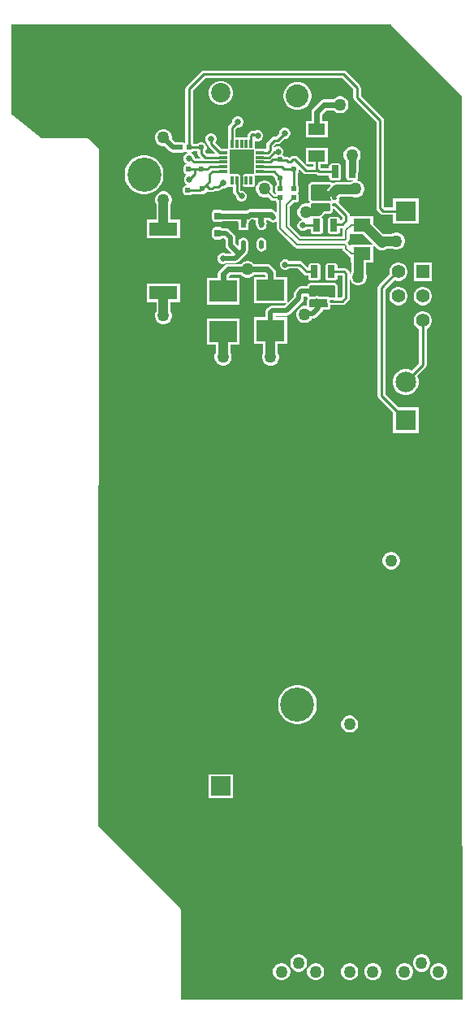
<source format=gbr>
G04*
G04 #@! TF.GenerationSoftware,Altium Limited,Altium Designer,23.10.1 (27)*
G04*
G04 Layer_Physical_Order=6*
G04 Layer_Color=16711680*
%FSLAX42Y42*%
%MOMM*%
G71*
G04*
G04 #@! TF.SameCoordinates,D788F153-7B32-47A3-9728-DC68925F5BF0*
G04*
G04*
G04 #@! TF.FilePolarity,Positive*
G04*
G01*
G75*
%ADD15C,0.50*%
%ADD16C,0.25*%
G04:AMPARAMS|DCode=19|XSize=0.55mm|YSize=0.5mm|CornerRadius=0.06mm|HoleSize=0mm|Usage=FLASHONLY|Rotation=90.000|XOffset=0mm|YOffset=0mm|HoleType=Round|Shape=RoundedRectangle|*
%AMROUNDEDRECTD19*
21,1,0.55,0.38,0,0,90.0*
21,1,0.43,0.50,0,0,90.0*
1,1,0.13,0.19,0.21*
1,1,0.13,0.19,-0.21*
1,1,0.13,-0.19,-0.21*
1,1,0.13,-0.19,0.21*
%
%ADD19ROUNDEDRECTD19*%
%ADD32R,2.02X2.02*%
%ADD33C,2.02*%
%ADD34C,3.55*%
%ADD35C,2.39*%
%ADD39C,0.60*%
%ADD40C,0.99*%
%ADD41R,2.15X2.15*%
%ADD42C,2.15*%
%ADD43C,1.40*%
%ADD44C,5.00*%
%ADD45R,1.40X1.40*%
%ADD46C,0.50*%
%ADD47C,0.64*%
%ADD48C,1.27*%
%ADD49C,0.51*%
%ADD62C,0.51*%
%ADD63C,1.00*%
G04:AMPARAMS|DCode=69|XSize=0.45mm|YSize=0.3mm|CornerRadius=0.06mm|HoleSize=0mm|Usage=FLASHONLY|Rotation=180.000|XOffset=0mm|YOffset=0mm|HoleType=Round|Shape=RoundedRectangle|*
%AMROUNDEDRECTD69*
21,1,0.45,0.18,0,0,180.0*
21,1,0.33,0.30,0,0,180.0*
1,1,0.12,-0.17,0.09*
1,1,0.12,0.17,0.09*
1,1,0.12,0.17,-0.09*
1,1,0.12,-0.17,-0.09*
%
%ADD69ROUNDEDRECTD69*%
G04:AMPARAMS|DCode=70|XSize=1mm|YSize=0.95mm|CornerRadius=0.05mm|HoleSize=0mm|Usage=FLASHONLY|Rotation=0.000|XOffset=0mm|YOffset=0mm|HoleType=Round|Shape=RoundedRectangle|*
%AMROUNDEDRECTD70*
21,1,1.00,0.85,0,0,0.0*
21,1,0.90,0.95,0,0,0.0*
1,1,0.10,0.45,-0.42*
1,1,0.10,-0.45,-0.42*
1,1,0.10,-0.45,0.42*
1,1,0.10,0.45,0.42*
%
%ADD70ROUNDEDRECTD70*%
%ADD71R,0.30X0.30*%
%ADD72R,1.75X1.15*%
%ADD73R,2.90X2.25*%
%ADD74R,2.90X1.45*%
%ADD75R,2.60X2.60*%
G04:AMPARAMS|DCode=76|XSize=0.89mm|YSize=0.26mm|CornerRadius=0.03mm|HoleSize=0mm|Usage=FLASHONLY|Rotation=90.000|XOffset=0mm|YOffset=0mm|HoleType=Round|Shape=RoundedRectangle|*
%AMROUNDEDRECTD76*
21,1,0.89,0.20,0,0,90.0*
21,1,0.83,0.26,0,0,90.0*
1,1,0.07,0.10,0.41*
1,1,0.07,0.10,-0.41*
1,1,0.07,-0.10,-0.41*
1,1,0.07,-0.10,0.41*
%
%ADD76ROUNDEDRECTD76*%
G04:AMPARAMS|DCode=77|XSize=0.89mm|YSize=0.26mm|CornerRadius=0.03mm|HoleSize=0mm|Usage=FLASHONLY|Rotation=180.000|XOffset=0mm|YOffset=0mm|HoleType=Round|Shape=RoundedRectangle|*
%AMROUNDEDRECTD77*
21,1,0.89,0.20,0,0,180.0*
21,1,0.83,0.26,0,0,180.0*
1,1,0.07,-0.41,0.10*
1,1,0.07,0.41,0.10*
1,1,0.07,0.41,-0.10*
1,1,0.07,-0.41,-0.10*
%
%ADD77ROUNDEDRECTD77*%
G04:AMPARAMS|DCode=78|XSize=0.55mm|YSize=0.5mm|CornerRadius=0.06mm|HoleSize=0mm|Usage=FLASHONLY|Rotation=0.000|XOffset=0mm|YOffset=0mm|HoleType=Round|Shape=RoundedRectangle|*
%AMROUNDEDRECTD78*
21,1,0.55,0.38,0,0,0.0*
21,1,0.43,0.50,0,0,0.0*
1,1,0.13,0.21,-0.19*
1,1,0.13,-0.21,-0.19*
1,1,0.13,-0.21,0.19*
1,1,0.13,0.21,0.19*
%
%ADD78ROUNDEDRECTD78*%
G04:AMPARAMS|DCode=79|XSize=1.3mm|YSize=0.76mm|CornerRadius=0.1mm|HoleSize=0mm|Usage=FLASHONLY|Rotation=90.000|XOffset=0mm|YOffset=0mm|HoleType=Round|Shape=RoundedRectangle|*
%AMROUNDEDRECTD79*
21,1,1.30,0.57,0,0,90.0*
21,1,1.11,0.76,0,0,90.0*
1,1,0.19,0.28,0.56*
1,1,0.19,0.28,-0.56*
1,1,0.19,-0.28,-0.56*
1,1,0.19,-0.28,0.56*
%
%ADD79ROUNDEDRECTD79*%
G04:AMPARAMS|DCode=80|XSize=0.94mm|YSize=0.49mm|CornerRadius=0.24mm|HoleSize=0mm|Usage=FLASHONLY|Rotation=270.000|XOffset=0mm|YOffset=0mm|HoleType=Round|Shape=RoundedRectangle|*
%AMROUNDEDRECTD80*
21,1,0.94,0.00,0,0,270.0*
21,1,0.45,0.49,0,0,270.0*
1,1,0.49,0.00,-0.23*
1,1,0.49,0.00,0.23*
1,1,0.49,0.00,0.23*
1,1,0.49,0.00,-0.23*
%
%ADD80ROUNDEDRECTD80*%
G04:AMPARAMS|DCode=81|XSize=0.76mm|YSize=0.66mm|CornerRadius=0.08mm|HoleSize=0mm|Usage=FLASHONLY|Rotation=90.000|XOffset=0mm|YOffset=0mm|HoleType=Round|Shape=RoundedRectangle|*
%AMROUNDEDRECTD81*
21,1,0.76,0.50,0,0,90.0*
21,1,0.59,0.66,0,0,90.0*
1,1,0.17,0.25,0.30*
1,1,0.17,0.25,-0.30*
1,1,0.17,-0.25,-0.30*
1,1,0.17,-0.25,0.30*
%
%ADD81ROUNDEDRECTD81*%
%ADD82R,0.49X0.94*%
%ADD83R,1.81X1.36*%
%ADD84C,0.20*%
%ADD85C,0.76*%
%ADD86C,0.60*%
G36*
X1284Y4587D02*
X1290Y4579D01*
X2019Y3850D01*
Y3835D01*
Y-3416D01*
X2019Y-3416D01*
X2019Y-3417D01*
X2032Y-4498D01*
Y-5563D01*
X-914D01*
Y-4623D01*
X-916Y-4613D01*
X-921Y-4604D01*
X-1777Y-3749D01*
X-1764Y3287D01*
X-1764Y3287D01*
X-1764Y3287D01*
X-1765Y3292D01*
X-1766Y3297D01*
X-1766Y3297D01*
X-1766Y3297D01*
X-1769Y3301D01*
X-1772Y3306D01*
X-1772Y3306D01*
X-1772Y3306D01*
X-1873Y3407D01*
X-1882Y3413D01*
X-1892Y3415D01*
X-2365D01*
X-2664Y3652D01*
X-2667Y3654D01*
X-2670Y3656D01*
X-2671Y3656D01*
X-2673Y3657D01*
X-2676Y3657D01*
X-2680Y3658D01*
Y4597D01*
X1282D01*
X1284Y4587D01*
D02*
G37*
%LPC*%
G36*
X761Y3848D02*
X738D01*
X715Y3842D01*
X695Y3830D01*
X680Y3816D01*
X584D01*
X584Y3816D01*
X563Y3811D01*
X544Y3799D01*
X544Y3799D01*
X468Y3723D01*
X456Y3705D01*
X452Y3683D01*
X452Y3683D01*
Y3588D01*
X395D01*
Y3422D01*
X621D01*
Y3588D01*
X564D01*
Y3660D01*
X608Y3703D01*
X680D01*
X695Y3688D01*
X715Y3676D01*
X738Y3670D01*
X761D01*
X784Y3676D01*
X804Y3688D01*
X820Y3705D01*
X832Y3725D01*
X838Y3747D01*
Y3771D01*
X832Y3794D01*
X820Y3814D01*
X804Y3830D01*
X784Y3842D01*
X761Y3848D01*
D02*
G37*
G36*
X-479Y4008D02*
X-512D01*
X-544Y4000D01*
X-573Y3983D01*
X-596Y3960D01*
X-613Y3931D01*
X-622Y3899D01*
Y3865D01*
X-613Y3833D01*
X-596Y3804D01*
X-573Y3781D01*
X-544Y3764D01*
X-512Y3756D01*
X-479D01*
X-447Y3764D01*
X-418Y3781D01*
X-394Y3804D01*
X-378Y3833D01*
X-369Y3865D01*
Y3899D01*
X-378Y3931D01*
X-394Y3960D01*
X-418Y3983D01*
X-447Y4000D01*
X-479Y4008D01*
D02*
G37*
G36*
X324Y3996D02*
X286D01*
X249Y3986D01*
X216Y3967D01*
X189Y3940D01*
X170Y3907D01*
X160Y3870D01*
Y3832D01*
X170Y3795D01*
X189Y3762D01*
X216Y3735D01*
X249Y3716D01*
X286Y3706D01*
X324D01*
X361Y3716D01*
X394Y3735D01*
X421Y3762D01*
X440Y3795D01*
X450Y3832D01*
Y3870D01*
X440Y3907D01*
X421Y3940D01*
X394Y3967D01*
X361Y3986D01*
X324Y3996D01*
D02*
G37*
G36*
X-1275Y3234D02*
X-1315D01*
X-1354Y3226D01*
X-1391Y3211D01*
X-1425Y3189D01*
X-1453Y3160D01*
X-1475Y3127D01*
X-1490Y3090D01*
X-1498Y3051D01*
Y3011D01*
X-1490Y2972D01*
X-1475Y2935D01*
X-1453Y2902D01*
X-1425Y2873D01*
X-1391Y2851D01*
X-1354Y2836D01*
X-1315Y2828D01*
X-1275D01*
X-1236Y2836D01*
X-1199Y2851D01*
X-1166Y2873D01*
X-1138Y2902D01*
X-1115Y2935D01*
X-1100Y2972D01*
X-1092Y3011D01*
Y3051D01*
X-1100Y3090D01*
X-1115Y3127D01*
X-1138Y3160D01*
X-1166Y3189D01*
X-1199Y3211D01*
X-1236Y3226D01*
X-1275Y3234D01*
D02*
G37*
G36*
X787Y4116D02*
X-673D01*
X-688Y4113D01*
X-701Y4104D01*
X-853Y3952D01*
X-861Y3939D01*
X-864Y3924D01*
Y3361D01*
X-867Y3359D01*
X-870Y3354D01*
X-874Y3359D01*
X-884Y3366D01*
X-897Y3368D01*
X-934D01*
X-945Y3366D01*
X-969D01*
X-1004Y3401D01*
X-1003Y3405D01*
Y3428D01*
X-1009Y3451D01*
X-1021Y3471D01*
X-1038Y3487D01*
X-1058Y3499D01*
X-1080Y3505D01*
X-1104D01*
X-1127Y3499D01*
X-1147Y3487D01*
X-1163Y3471D01*
X-1175Y3451D01*
X-1181Y3428D01*
Y3405D01*
X-1175Y3382D01*
X-1163Y3362D01*
X-1147Y3345D01*
X-1127Y3333D01*
X-1104Y3327D01*
X-1080D01*
X-1077Y3328D01*
X-1027Y3278D01*
X-1010Y3267D01*
X-991Y3263D01*
X-945D01*
X-934Y3261D01*
X-897D01*
X-884Y3264D01*
X-874Y3271D01*
X-870Y3276D01*
X-867Y3271D01*
X-857Y3264D01*
X-844Y3261D01*
X-807D01*
X-794Y3264D01*
X-784Y3271D01*
X-780Y3276D01*
X-738D01*
X-737Y3275D01*
Y3251D01*
X-734Y3236D01*
X-726Y3224D01*
X-703Y3201D01*
X-759D01*
X-766Y3208D01*
Y3212D01*
X-775Y3233D01*
X-791Y3249D01*
X-812Y3257D01*
X-835D01*
X-856Y3249D01*
X-872Y3233D01*
X-881Y3212D01*
Y3189D01*
X-872Y3168D01*
X-856Y3152D01*
X-835Y3143D01*
X-812D01*
X-811Y3144D01*
X-806Y3138D01*
X-813Y3140D01*
X-850D01*
X-862Y3137D01*
X-873Y3130D01*
X-880Y3120D01*
X-882Y3107D01*
Y3065D01*
X-880Y3053D01*
X-873Y3042D01*
X-862Y3035D01*
X-850Y3033D01*
X-842D01*
X-855Y3027D01*
X-871Y3011D01*
X-880Y2990D01*
Y2968D01*
X-871Y2946D01*
X-855Y2930D01*
X-839Y2924D01*
X-857D01*
X-869Y2921D01*
X-880Y2914D01*
X-887Y2904D01*
X-889Y2891D01*
Y2849D01*
X-887Y2837D01*
X-880Y2826D01*
X-869Y2819D01*
X-857Y2817D01*
X-819D01*
X-807Y2819D01*
X-797Y2826D01*
X-793Y2831D01*
X-708D01*
X-707Y2832D01*
X-697Y2827D01*
X-675D01*
X-654Y2836D01*
X-639Y2852D01*
X-636Y2857D01*
X-631Y2853D01*
X-616Y2850D01*
X-582D01*
X-568Y2853D01*
X-555Y2862D01*
X-553Y2864D01*
X-517D01*
X-503Y2867D01*
X-490Y2875D01*
X-480Y2885D01*
X-480Y2885D01*
X-457D01*
X-436Y2893D01*
X-420Y2909D01*
X-416Y2919D01*
X-410Y2909D01*
X-400Y2903D01*
X-389Y2901D01*
X-370D01*
X-368Y2901D01*
Y2857D01*
X-365Y2842D01*
X-357Y2829D01*
X-336Y2809D01*
Y2795D01*
X-328Y2774D01*
X-312Y2758D01*
X-291Y2750D01*
X-268D01*
X-247Y2758D01*
X-231Y2774D01*
X-222Y2795D01*
Y2818D01*
X-231Y2839D01*
X-247Y2855D01*
X-268Y2864D01*
X-282D01*
X-291Y2873D01*
Y2929D01*
X-290Y2930D01*
Y3013D01*
X-293Y3024D01*
X-299Y3033D01*
X-308Y3040D01*
X-320Y3042D01*
X-339D01*
X-350Y3040D01*
X-354Y3037D01*
X-358Y3040D01*
X-370Y3042D01*
X-389D01*
X-400Y3040D01*
X-406Y3036D01*
X-402Y3041D01*
X-400Y3053D01*
Y3072D01*
X-402Y3083D01*
X-405Y3087D01*
X-402Y3091D01*
X-400Y3103D01*
Y3122D01*
X-402Y3133D01*
X-405Y3137D01*
X-402Y3141D01*
X-400Y3153D01*
Y3172D01*
X-402Y3183D01*
X-405Y3187D01*
X-402Y3191D01*
X-400Y3203D01*
Y3222D01*
X-402Y3233D01*
X-405Y3237D01*
X-402Y3241D01*
X-400Y3253D01*
Y3272D01*
X-402Y3283D01*
X-406Y3289D01*
X-400Y3285D01*
X-389Y3283D01*
X-370D01*
X-358Y3285D01*
X-354Y3288D01*
X-350Y3285D01*
X-339Y3283D01*
X-320D01*
X-308Y3285D01*
X-304Y3288D01*
X-300Y3285D01*
X-289Y3283D01*
X-270D01*
X-258Y3285D01*
X-254Y3288D01*
X-250Y3285D01*
X-239Y3283D01*
X-220D01*
X-208Y3285D01*
X-204Y3288D01*
X-200Y3285D01*
X-189Y3283D01*
X-170D01*
X-158Y3285D01*
X-153Y3289D01*
X-157Y3283D01*
X-159Y3272D01*
Y3253D01*
X-157Y3241D01*
X-154Y3237D01*
X-157Y3233D01*
X-159Y3222D01*
Y3203D01*
X-157Y3191D01*
X-154Y3187D01*
X-157Y3183D01*
X-159Y3172D01*
Y3153D01*
X-157Y3141D01*
X-154Y3137D01*
X-157Y3133D01*
X-159Y3122D01*
Y3103D01*
X-157Y3091D01*
X-154Y3087D01*
X-157Y3083D01*
X-159Y3072D01*
Y3053D01*
X-157Y3041D01*
X-153Y3036D01*
X-158Y3040D01*
X-170Y3042D01*
X-189D01*
X-200Y3040D01*
X-204Y3037D01*
X-208Y3040D01*
X-220Y3042D01*
X-239D01*
X-250Y3040D01*
X-260Y3033D01*
X-266Y3024D01*
X-268Y3013D01*
Y2930D01*
X-266Y2919D01*
X-260Y2909D01*
X-250Y2903D01*
X-239Y2901D01*
X-220D01*
X-208Y2903D01*
X-204Y2906D01*
X-200Y2903D01*
X-189Y2901D01*
X-170D01*
X-158Y2903D01*
X-149Y2909D01*
X-143Y2919D01*
X-140Y2930D01*
Y3013D01*
X-143Y3024D01*
X-146Y3029D01*
X-141Y3026D01*
X-130Y3023D01*
X-47D01*
X-47Y3023D01*
X46D01*
X72Y2998D01*
Y2986D01*
X80Y2966D01*
X88Y2958D01*
Y2928D01*
X83Y2924D01*
X76Y2914D01*
X73Y2902D01*
Y2864D01*
X76Y2852D01*
X83Y2841D01*
X88Y2838D01*
X83Y2834D01*
X79Y2829D01*
X67D01*
X45Y2851D01*
X51Y2871D01*
Y2895D01*
X45Y2917D01*
X33Y2937D01*
X16Y2954D01*
X-4Y2966D01*
X-26Y2972D01*
X-50D01*
X-72Y2966D01*
X-93Y2954D01*
X-109Y2937D01*
X-121Y2917D01*
X-127Y2895D01*
Y2871D01*
X-121Y2849D01*
X-109Y2828D01*
X-93Y2812D01*
X-72Y2800D01*
X-50Y2794D01*
X-26D01*
X-6Y2799D01*
X26Y2767D01*
X26Y2767D01*
X33Y2763D01*
X38Y2759D01*
X52Y2757D01*
X79D01*
X83Y2751D01*
X91Y2746D01*
Y2631D01*
X91Y2631D01*
X67Y2654D01*
X49Y2666D01*
X27Y2671D01*
X27Y2671D01*
X-83D01*
X-83Y2671D01*
X-83Y2671D01*
X-193D01*
X-214Y2666D01*
X-222Y2662D01*
X-224Y2660D01*
X-482D01*
X-489Y2665D01*
X-502Y2668D01*
X-552D01*
X-565Y2665D01*
X-576Y2658D01*
X-583Y2646D01*
X-586Y2633D01*
Y2574D01*
X-583Y2561D01*
X-576Y2549D01*
X-565Y2542D01*
X-552Y2539D01*
X-502D01*
X-489Y2542D01*
X-482Y2547D01*
X-313D01*
Y2542D01*
X-310Y2524D01*
Y2452D01*
X-210D01*
Y2511D01*
X-205Y2520D01*
X-200Y2542D01*
Y2548D01*
X-182Y2551D01*
X-172Y2558D01*
X-132D01*
Y2530D01*
X-132Y2530D01*
X-128Y2509D01*
X-124Y2503D01*
X-120Y2496D01*
X-117Y2482D01*
X-106Y2466D01*
X-89Y2455D01*
X-70Y2451D01*
X-51Y2455D01*
X-34Y2466D01*
X-23Y2482D01*
X-20Y2500D01*
X-18Y2503D01*
X-14Y2525D01*
X-18Y2546D01*
X-19Y2548D01*
Y2558D01*
X4D01*
X11Y2551D01*
X29Y2539D01*
X51Y2534D01*
X72Y2539D01*
X91Y2551D01*
X91Y2551D01*
Y2477D01*
X91Y2476D01*
X94Y2463D01*
X101Y2451D01*
X279Y2273D01*
X279Y2273D01*
X291Y2265D01*
X305Y2262D01*
X777D01*
Y2261D01*
X777Y2261D01*
X779Y2247D01*
X787Y2235D01*
X841Y2181D01*
X841Y2181D01*
X848Y2176D01*
X853Y2173D01*
X862Y2171D01*
Y2113D01*
X869D01*
Y2023D01*
X869Y2023D01*
X857Y2003D01*
X851Y1980D01*
Y1957D01*
X857Y1934D01*
X869Y1914D01*
X885Y1897D01*
X905Y1886D01*
X928Y1880D01*
X952D01*
X974Y1886D01*
X994Y1897D01*
X1011Y1914D01*
X1023Y1934D01*
X1029Y1957D01*
Y1980D01*
X1023Y2003D01*
X1021Y2006D01*
Y2113D01*
X1094D01*
Y2300D01*
X862D01*
Y2263D01*
X849Y2276D01*
Y2287D01*
X846Y2301D01*
X843Y2305D01*
X838Y2312D01*
X838Y2312D01*
X827Y2324D01*
X826Y2324D01*
X838Y2337D01*
X838Y2337D01*
X846Y2348D01*
X849Y2362D01*
X849Y2362D01*
Y2436D01*
X862Y2449D01*
Y2409D01*
X987D01*
X1132Y2263D01*
X1148Y2251D01*
X1166Y2244D01*
X1186Y2241D01*
X1205Y2244D01*
X1223Y2251D01*
X1234Y2259D01*
X1299D01*
X1303Y2257D01*
X1325Y2251D01*
X1349D01*
X1371Y2257D01*
X1392Y2269D01*
X1408Y2286D01*
X1420Y2306D01*
X1426Y2329D01*
Y2352D01*
X1420Y2375D01*
X1408Y2395D01*
X1392Y2411D01*
X1371Y2423D01*
X1349Y2429D01*
X1325D01*
X1303Y2423D01*
X1282Y2411D01*
X1282Y2411D01*
X1204D01*
X1199Y2410D01*
X1094Y2516D01*
Y2595D01*
X862D01*
Y2538D01*
X850Y2535D01*
X845Y2532D01*
X849Y2538D01*
X852Y2553D01*
Y2608D01*
X849Y2623D01*
X840Y2636D01*
X787Y2689D01*
X779Y2694D01*
X742Y2731D01*
X740Y2738D01*
X734Y2748D01*
X732Y2749D01*
X734Y2750D01*
X740Y2760D01*
X743Y2772D01*
Y2790D01*
X742Y2794D01*
X750Y2802D01*
X877D01*
X880Y2800D01*
X903Y2794D01*
X926D01*
X949Y2800D01*
X969Y2812D01*
X986Y2828D01*
X997Y2849D01*
X1003Y2871D01*
Y2895D01*
X997Y2917D01*
X986Y2937D01*
X969Y2954D01*
X949Y2966D01*
X926Y2972D01*
X916D01*
X918Y2972D01*
X930Y2980D01*
X938Y2992D01*
X940Y3005D01*
Y3057D01*
X941Y3061D01*
Y3178D01*
X947Y3184D01*
X959Y3204D01*
X965Y3227D01*
Y3250D01*
X959Y3273D01*
X947Y3293D01*
X931Y3310D01*
X911Y3321D01*
X888Y3327D01*
X865D01*
X842Y3321D01*
X822Y3310D01*
X805Y3293D01*
X793Y3273D01*
X787Y3250D01*
Y3227D01*
X793Y3204D01*
X805Y3184D01*
X812Y3178D01*
Y3061D01*
X812Y3057D01*
Y3005D01*
X815Y2992D01*
X823Y2980D01*
X834Y2972D01*
X848Y2970D01*
X895D01*
X880Y2966D01*
X860Y2954D01*
X860Y2954D01*
X719D01*
X699Y2951D01*
X688Y2947D01*
X681Y2944D01*
X669Y2935D01*
X668Y2937D01*
X668Y2937D01*
X663Y2946D01*
X663D01*
Y2946D01*
X654Y2951D01*
X647Y2953D01*
X644Y2953D01*
X457D01*
X447Y2951D01*
X439Y2946D01*
X426Y2933D01*
X421Y2925D01*
X419Y2915D01*
Y2775D01*
X421Y2765D01*
X426Y2757D01*
X433Y2750D01*
X426Y2742D01*
X421Y2734D01*
X419Y2727D01*
X405Y2731D01*
X382D01*
X359Y2724D01*
X339Y2713D01*
X323Y2696D01*
X311Y2676D01*
X305Y2653D01*
Y2630D01*
X311Y2607D01*
X323Y2587D01*
X339Y2570D01*
X359Y2559D01*
X351D01*
X330Y2550D01*
X314Y2534D01*
X305Y2513D01*
Y2491D01*
X314Y2470D01*
X330Y2453D01*
X351Y2445D01*
X373D01*
X394Y2453D01*
X404Y2463D01*
X443D01*
Y2446D01*
X445Y2433D01*
X453Y2421D01*
X465Y2414D01*
X478Y2411D01*
X535D01*
X549Y2414D01*
X560Y2421D01*
X568Y2433D01*
X571Y2446D01*
Y2557D01*
X568Y2571D01*
X560Y2583D01*
X553Y2587D01*
X567Y2597D01*
X593Y2622D01*
X635D01*
X645Y2624D01*
X653Y2630D01*
X666Y2642D01*
X672Y2651D01*
X674Y2661D01*
Y2676D01*
X678Y2675D01*
X688D01*
X730Y2634D01*
X738Y2628D01*
X774Y2592D01*
Y2569D01*
X759Y2553D01*
X750D01*
Y2557D01*
X747Y2571D01*
X739Y2583D01*
X728Y2590D01*
X714Y2593D01*
X657D01*
X644Y2590D01*
X632Y2583D01*
X624Y2571D01*
X622Y2557D01*
Y2446D01*
X624Y2433D01*
X632Y2421D01*
X644Y2414D01*
X657Y2411D01*
X714D01*
X728Y2414D01*
X739Y2421D01*
X747Y2433D01*
X750Y2446D01*
Y2476D01*
X775D01*
X789Y2479D01*
X787Y2477D01*
X779Y2465D01*
X777Y2451D01*
X777Y2451D01*
Y2386D01*
X345D01*
X227Y2504D01*
Y2702D01*
X267Y2742D01*
X288D01*
X300Y2744D01*
X311Y2751D01*
X318Y2762D01*
X320Y2774D01*
Y2812D01*
X318Y2824D01*
X311Y2834D01*
X306Y2838D01*
X311Y2841D01*
X318Y2852D01*
X320Y2864D01*
Y2902D01*
X318Y2914D01*
X311Y2924D01*
X306Y2928D01*
Y3047D01*
X314Y3055D01*
X322Y3075D01*
Y3090D01*
X366Y3046D01*
X379Y3038D01*
X394Y3035D01*
X505D01*
X506Y3033D01*
X519Y3025D01*
X533Y3022D01*
X633D01*
Y3005D01*
X636Y2992D01*
X644Y2980D01*
X655Y2972D01*
X669Y2970D01*
X726D01*
X739Y2972D01*
X751Y2980D01*
X759Y2992D01*
X761Y3005D01*
Y3116D01*
X759Y3130D01*
X751Y3141D01*
X739Y3149D01*
X726Y3152D01*
X669D01*
X655Y3149D01*
X644Y3141D01*
X636Y3130D01*
X633Y3116D01*
Y3100D01*
X549D01*
X548Y3101D01*
X547Y3102D01*
Y3142D01*
X621D01*
Y3308D01*
X395D01*
Y3142D01*
X469D01*
Y3112D01*
X410D01*
X307Y3215D01*
X294Y3224D01*
X279Y3227D01*
X258D01*
X243Y3224D01*
X230Y3215D01*
X221Y3206D01*
X219Y3209D01*
X207Y3217D01*
X192Y3220D01*
X173D01*
X158Y3235D01*
X150Y3238D01*
X151Y3239D01*
X160Y3260D01*
Y3283D01*
X151Y3304D01*
X135Y3320D01*
X114Y3329D01*
X92D01*
X71Y3320D01*
X58Y3307D01*
Y3330D01*
X79Y3352D01*
X101D01*
X116Y3355D01*
X129Y3363D01*
X169Y3404D01*
X183D01*
X204Y3412D01*
X220Y3429D01*
X229Y3450D01*
Y3472D01*
X220Y3493D01*
X204Y3509D01*
X183Y3518D01*
X160D01*
X139Y3509D01*
X123Y3493D01*
X114Y3472D01*
Y3459D01*
X85Y3429D01*
X63D01*
X48Y3426D01*
X36Y3418D01*
X-8Y3374D01*
X-17Y3361D01*
X-20Y3346D01*
Y3301D01*
X-47D01*
X-47Y3301D01*
X-130D01*
X-141Y3299D01*
X-146Y3295D01*
X-143Y3301D01*
X-140Y3312D01*
Y3387D01*
X-121Y3379D01*
X-98D01*
X-77Y3388D01*
X-61Y3404D01*
X-52Y3425D01*
Y3448D01*
X-61Y3469D01*
X-77Y3485D01*
X-98Y3494D01*
X-121D01*
X-141Y3485D01*
X-143Y3487D01*
X-158Y3490D01*
X-165D01*
X-179Y3487D01*
X-192Y3478D01*
X-207Y3463D01*
X-215Y3451D01*
X-218Y3436D01*
Y3423D01*
X-220Y3424D01*
X-239D01*
X-250Y3422D01*
X-254Y3419D01*
X-258Y3422D01*
X-270Y3424D01*
X-289D01*
X-300Y3422D01*
X-304Y3419D01*
X-308Y3422D01*
X-320Y3424D01*
X-339D01*
X-341Y3423D01*
Y3503D01*
X-320Y3524D01*
X-306D01*
X-285Y3533D01*
X-269Y3549D01*
X-260Y3570D01*
Y3593D01*
X-269Y3614D01*
X-285Y3630D01*
X-306Y3639D01*
X-329D01*
X-350Y3630D01*
X-366Y3614D01*
X-375Y3593D01*
Y3579D01*
X-407Y3547D01*
X-415Y3534D01*
X-418Y3519D01*
Y3395D01*
X-418Y3395D01*
Y3312D01*
X-416Y3301D01*
X-412Y3295D01*
X-418Y3299D01*
X-429Y3301D01*
X-486D01*
X-552Y3368D01*
X-548Y3371D01*
X-540Y3392D01*
Y3415D01*
X-548Y3436D01*
X-565Y3452D01*
X-586Y3461D01*
X-608D01*
X-629Y3452D01*
X-645Y3436D01*
X-654Y3415D01*
Y3392D01*
X-645Y3371D01*
X-635Y3361D01*
Y3356D01*
X-632Y3342D01*
X-624Y3329D01*
X-546Y3251D01*
X-644D01*
X-660Y3267D01*
Y3275D01*
X-652Y3283D01*
X-643Y3304D01*
Y3326D01*
X-652Y3346D01*
X-667Y3362D01*
X-687Y3370D01*
X-710D01*
X-730Y3362D01*
X-738Y3354D01*
X-780D01*
X-784Y3359D01*
X-787Y3361D01*
Y3908D01*
X-657Y4038D01*
X771D01*
X888Y3921D01*
Y3835D01*
X891Y3821D01*
X900Y3808D01*
X1130Y3578D01*
Y2680D01*
X1133Y2665D01*
X1141Y2652D01*
X1169Y2625D01*
X1181Y2616D01*
X1184Y2616D01*
X1196Y2613D01*
X1302D01*
Y2519D01*
X1568D01*
Y2785D01*
X1302D01*
Y2691D01*
X1212D01*
X1207Y2696D01*
Y3594D01*
X1204Y3609D01*
X1196Y3622D01*
X966Y3851D01*
Y3937D01*
X963Y3949D01*
X963Y3952D01*
X955Y3964D01*
X815Y4104D01*
X802Y4113D01*
X787Y4116D01*
D02*
G37*
G36*
X-1080Y2858D02*
X-1104D01*
X-1127Y2851D01*
X-1147Y2840D01*
X-1163Y2823D01*
X-1175Y2803D01*
X-1181Y2780D01*
Y2757D01*
X-1175Y2734D01*
X-1168Y2723D01*
Y2562D01*
X-1263D01*
Y2366D01*
X-922D01*
Y2562D01*
X-1016D01*
Y2723D01*
X-1009Y2734D01*
X-1003Y2757D01*
Y2780D01*
X-1009Y2803D01*
X-1021Y2823D01*
X-1038Y2840D01*
X-1058Y2851D01*
X-1080Y2858D01*
D02*
G37*
G36*
X-70Y2375D02*
X-89Y2371D01*
X-106Y2360D01*
X-117Y2344D01*
X-121Y2324D01*
Y2279D01*
X-117Y2259D01*
X-106Y2243D01*
X-89Y2232D01*
X-70Y2228D01*
X-51Y2232D01*
X-34Y2243D01*
X-23Y2259D01*
X-19Y2279D01*
Y2324D01*
X-23Y2344D01*
X-34Y2360D01*
X-51Y2371D01*
X-70Y2375D01*
D02*
G37*
G36*
X-502Y2485D02*
X-552D01*
X-565Y2483D01*
X-576Y2475D01*
X-583Y2464D01*
X-586Y2451D01*
Y2391D01*
X-583Y2378D01*
X-576Y2367D01*
X-565Y2360D01*
X-552Y2357D01*
X-502D01*
X-489Y2360D01*
X-478Y2367D01*
X-476Y2370D01*
X-461D01*
X-445Y2354D01*
Y2295D01*
X-441Y2276D01*
X-430Y2259D01*
X-382Y2210D01*
X-445D01*
X-459Y2216D01*
X-481D01*
X-502Y2207D01*
X-518Y2191D01*
X-527Y2170D01*
Y2148D01*
X-518Y2127D01*
X-502Y2111D01*
X-481Y2102D01*
X-459D01*
X-445Y2108D01*
X-342D01*
X-323Y2112D01*
X-306Y2123D01*
X-264Y2165D01*
X-224Y2205D01*
X-213Y2222D01*
X-209Y2241D01*
Y2301D01*
X-209Y2305D01*
Y2324D01*
X-213Y2344D01*
X-224Y2360D01*
X-241Y2371D01*
X-260Y2375D01*
X-279Y2371D01*
X-296Y2360D01*
X-307Y2344D01*
X-311Y2324D01*
Y2305D01*
X-311Y2301D01*
Y2286D01*
X-342Y2316D01*
Y2375D01*
X-346Y2395D01*
X-357Y2411D01*
X-404Y2458D01*
X-420Y2469D01*
X-440Y2473D01*
X-476D01*
X-478Y2475D01*
X-489Y2483D01*
X-502Y2485D01*
D02*
G37*
G36*
X-204Y2134D02*
X-228D01*
X-250Y2128D01*
X-270Y2116D01*
X-285Y2101D01*
X-419D01*
X-419Y2101D01*
X-441Y2097D01*
X-459Y2085D01*
X-459Y2085D01*
X-510Y2034D01*
X-522Y2016D01*
X-526Y1994D01*
X-526Y1994D01*
Y1954D01*
X-640D01*
Y1678D01*
X-299D01*
Y1954D01*
X-413D01*
Y1971D01*
X-396Y1988D01*
X-285D01*
X-270Y1974D01*
X-250Y1962D01*
X-228Y1956D01*
X-204D01*
X-182Y1962D01*
X-161Y1974D01*
X-147Y1988D01*
X-36D01*
X-31Y1983D01*
Y1967D01*
X-145D01*
Y1691D01*
X195D01*
X169Y1665D01*
X37D01*
X17Y1661D01*
X1Y1650D01*
X-4Y1642D01*
X-11Y1638D01*
X-22Y1621D01*
X-26Y1601D01*
Y1547D01*
X-145D01*
Y1271D01*
X-51D01*
Y1176D01*
X-57Y1165D01*
X-63Y1142D01*
Y1119D01*
X-57Y1096D01*
X-46Y1076D01*
X-29Y1059D01*
X-9Y1047D01*
X14Y1041D01*
X37D01*
X60Y1047D01*
X80Y1059D01*
X97Y1076D01*
X108Y1096D01*
X114Y1119D01*
Y1142D01*
X108Y1165D01*
X101Y1176D01*
Y1271D01*
X196D01*
Y1547D01*
X77D01*
Y1561D01*
X190D01*
X210Y1565D01*
X227Y1576D01*
X354Y1703D01*
X365Y1720D01*
X369Y1740D01*
Y1764D01*
X406D01*
Y1762D01*
X406Y1759D01*
Y1757D01*
X407Y1754D01*
X408Y1752D01*
X409Y1750D01*
X410Y1747D01*
X412Y1745D01*
X413Y1744D01*
X408Y1737D01*
X406Y1727D01*
Y1660D01*
X393Y1664D01*
X369D01*
X347Y1658D01*
X326Y1646D01*
X310Y1629D01*
X298Y1609D01*
X292Y1587D01*
Y1563D01*
X298Y1540D01*
X310Y1520D01*
X326Y1504D01*
X347Y1492D01*
X369Y1486D01*
X393D01*
X415Y1492D01*
X436Y1504D01*
X452Y1520D01*
X457Y1528D01*
X463D01*
X482Y1532D01*
X499Y1544D01*
X557Y1602D01*
X569Y1618D01*
X570Y1625D01*
X622D01*
X632Y1627D01*
X641Y1633D01*
X646Y1641D01*
X648Y1651D01*
Y1672D01*
X648Y1672D01*
X681D01*
X692Y1674D01*
X773D01*
X788Y1677D01*
X801Y1686D01*
X839Y1724D01*
X848Y1737D01*
X851Y1752D01*
Y2001D01*
X848Y2014D01*
X848Y2016D01*
X839Y2029D01*
X821Y2047D01*
X809Y2055D01*
X794Y2058D01*
X724D01*
Y2075D01*
X722Y2088D01*
X714Y2100D01*
X703Y2108D01*
X689Y2110D01*
X632D01*
X618Y2108D01*
X607Y2100D01*
X599Y2088D01*
X596Y2075D01*
Y1964D01*
X599Y1950D01*
X607Y1939D01*
X618Y1931D01*
X632Y1928D01*
X689D01*
X703Y1931D01*
X714Y1939D01*
X722Y1950D01*
X724Y1964D01*
Y1980D01*
X773D01*
Y1768D01*
X757Y1752D01*
X724D01*
X724Y1753D01*
Y1867D01*
X722Y1877D01*
X717Y1885D01*
X704Y1898D01*
X696Y1904D01*
X686Y1905D01*
X445D01*
X435Y1904D01*
X426Y1898D01*
X413Y1885D01*
X408Y1877D01*
X406Y1868D01*
X347D01*
X327Y1864D01*
X321Y1859D01*
X311Y1853D01*
X311Y1853D01*
X281Y1823D01*
X270Y1806D01*
X266Y1786D01*
Y1761D01*
X196Y1691D01*
Y1967D01*
X82D01*
Y2007D01*
X82Y2007D01*
X78Y2028D01*
X65Y2047D01*
X27Y2085D01*
X9Y2097D01*
X-13Y2101D01*
X-13Y2101D01*
X-147D01*
X-161Y2116D01*
X-182Y2128D01*
X-204Y2134D01*
D02*
G37*
G36*
X189Y2153D02*
X166D01*
X145Y2144D01*
X129Y2128D01*
X121Y2107D01*
Y2084D01*
X129Y2063D01*
X145Y2047D01*
X166Y2038D01*
X189D01*
X210Y2047D01*
X220Y2057D01*
X309D01*
X374Y1992D01*
X386Y1983D01*
X401Y1980D01*
X417D01*
Y1964D01*
X420Y1950D01*
X428Y1939D01*
X439Y1931D01*
X453Y1928D01*
X510D01*
X524Y1931D01*
X535Y1939D01*
X543Y1950D01*
X545Y1964D01*
Y2075D01*
X543Y2088D01*
X535Y2100D01*
X524Y2108D01*
X510Y2110D01*
X453D01*
X439Y2108D01*
X428Y2100D01*
X420Y2088D01*
X417Y2075D01*
Y2058D01*
X417D01*
X352Y2123D01*
X340Y2131D01*
X325Y2134D01*
X220D01*
X210Y2144D01*
X189Y2153D01*
D02*
G37*
G36*
X1708Y2115D02*
X1518D01*
Y1924D01*
X1708D01*
Y2115D01*
D02*
G37*
G36*
X1371D02*
X1346D01*
X1322Y2108D01*
X1300Y2096D01*
X1283Y2078D01*
X1270Y2056D01*
X1264Y2032D01*
Y2007D01*
X1267Y1995D01*
X1154Y1882D01*
X1145Y1869D01*
X1142Y1854D01*
Y729D01*
X1145Y714D01*
X1154Y701D01*
X1302Y553D01*
Y342D01*
X1568D01*
Y608D01*
X1357D01*
X1220Y745D01*
Y1838D01*
X1316Y1934D01*
X1322Y1931D01*
X1346Y1924D01*
X1371D01*
X1396Y1931D01*
X1417Y1943D01*
X1435Y1961D01*
X1448Y1983D01*
X1454Y2007D01*
Y2032D01*
X1448Y2056D01*
X1435Y2078D01*
X1417Y2096D01*
X1396Y2108D01*
X1371Y2115D01*
D02*
G37*
G36*
X1625Y1861D02*
X1600D01*
X1576Y1854D01*
X1554Y1842D01*
X1537Y1824D01*
X1524Y1802D01*
X1518Y1778D01*
Y1753D01*
X1524Y1729D01*
X1537Y1707D01*
X1554Y1689D01*
X1576Y1677D01*
X1600Y1670D01*
X1625D01*
X1650Y1677D01*
X1671Y1689D01*
X1689Y1707D01*
X1702Y1729D01*
X1708Y1753D01*
Y1778D01*
X1702Y1802D01*
X1689Y1824D01*
X1671Y1842D01*
X1650Y1854D01*
X1625Y1861D01*
D02*
G37*
G36*
X1371D02*
X1346D01*
X1322Y1854D01*
X1300Y1842D01*
X1283Y1824D01*
X1270Y1802D01*
X1264Y1778D01*
Y1753D01*
X1270Y1729D01*
X1283Y1707D01*
X1300Y1689D01*
X1322Y1677D01*
X1346Y1670D01*
X1371D01*
X1396Y1677D01*
X1417Y1689D01*
X1435Y1707D01*
X1448Y1729D01*
X1454Y1753D01*
Y1778D01*
X1448Y1802D01*
X1435Y1824D01*
X1417Y1842D01*
X1396Y1854D01*
X1371Y1861D01*
D02*
G37*
G36*
X-922Y1897D02*
X-1263D01*
Y1701D01*
X-1168D01*
Y1608D01*
X-1175Y1596D01*
X-1181Y1574D01*
Y1550D01*
X-1175Y1528D01*
X-1163Y1508D01*
X-1147Y1491D01*
X-1127Y1479D01*
X-1104Y1473D01*
X-1080D01*
X-1058Y1479D01*
X-1038Y1491D01*
X-1021Y1508D01*
X-1009Y1528D01*
X-1003Y1550D01*
Y1574D01*
X-1009Y1596D01*
X-1016Y1608D01*
Y1701D01*
X-922D01*
Y1897D01*
D02*
G37*
G36*
X-299Y1534D02*
X-640D01*
Y1258D01*
X-546D01*
Y1176D01*
X-553Y1165D01*
X-559Y1142D01*
Y1119D01*
X-553Y1096D01*
X-541Y1076D01*
X-524Y1059D01*
X-504Y1047D01*
X-482Y1041D01*
X-458D01*
X-436Y1047D01*
X-415Y1059D01*
X-399Y1076D01*
X-387Y1096D01*
X-381Y1119D01*
Y1142D01*
X-387Y1165D01*
X-394Y1176D01*
Y1258D01*
X-299D01*
Y1534D01*
D02*
G37*
G36*
X1625Y1607D02*
X1600D01*
X1576Y1600D01*
X1554Y1588D01*
X1537Y1570D01*
X1524Y1548D01*
X1518Y1524D01*
Y1499D01*
X1524Y1475D01*
X1537Y1453D01*
X1554Y1435D01*
X1574Y1424D01*
Y1065D01*
X1497Y988D01*
X1486Y995D01*
X1452Y1004D01*
X1417D01*
X1384Y995D01*
X1353Y977D01*
X1328Y953D01*
X1311Y922D01*
X1302Y889D01*
Y854D01*
X1311Y820D01*
X1328Y789D01*
X1353Y765D01*
X1384Y747D01*
X1417Y738D01*
X1452D01*
X1486Y747D01*
X1516Y765D01*
X1541Y789D01*
X1559Y820D01*
X1568Y854D01*
Y889D01*
X1559Y922D01*
X1552Y934D01*
X1640Y1022D01*
X1649Y1034D01*
X1652Y1049D01*
Y1424D01*
X1671Y1435D01*
X1689Y1453D01*
X1702Y1475D01*
X1708Y1499D01*
Y1524D01*
X1702Y1548D01*
X1689Y1570D01*
X1671Y1588D01*
X1650Y1600D01*
X1625Y1607D01*
D02*
G37*
G36*
X1294Y-902D02*
X1271D01*
X1248Y-908D01*
X1228Y-919D01*
X1212Y-936D01*
X1200Y-956D01*
X1194Y-979D01*
Y-1002D01*
X1200Y-1025D01*
X1212Y-1045D01*
X1228Y-1062D01*
X1248Y-1073D01*
X1271Y-1080D01*
X1294D01*
X1317Y-1073D01*
X1337Y-1062D01*
X1354Y-1045D01*
X1366Y-1025D01*
X1372Y-1002D01*
Y-979D01*
X1366Y-956D01*
X1354Y-936D01*
X1337Y-919D01*
X1317Y-908D01*
X1294Y-902D01*
D02*
G37*
G36*
X325Y-2286D02*
X285D01*
X246Y-2294D01*
X209Y-2309D01*
X175Y-2331D01*
X147Y-2360D01*
X125Y-2393D01*
X110Y-2430D01*
X102Y-2469D01*
Y-2509D01*
X110Y-2548D01*
X125Y-2585D01*
X147Y-2618D01*
X175Y-2647D01*
X209Y-2669D01*
X246Y-2684D01*
X285Y-2692D01*
X325D01*
X364Y-2684D01*
X401Y-2669D01*
X434Y-2647D01*
X462Y-2618D01*
X485Y-2585D01*
X500Y-2548D01*
X508Y-2509D01*
Y-2469D01*
X500Y-2430D01*
X485Y-2393D01*
X462Y-2360D01*
X434Y-2331D01*
X401Y-2309D01*
X364Y-2294D01*
X325Y-2286D01*
D02*
G37*
G36*
X863Y-2603D02*
X839D01*
X817Y-2610D01*
X796Y-2621D01*
X780Y-2638D01*
X768Y-2658D01*
X762Y-2681D01*
Y-2704D01*
X768Y-2727D01*
X780Y-2747D01*
X796Y-2764D01*
X817Y-2775D01*
X839Y-2781D01*
X863D01*
X885Y-2775D01*
X905Y-2764D01*
X922Y-2747D01*
X934Y-2727D01*
X940Y-2704D01*
Y-2681D01*
X934Y-2658D01*
X922Y-2638D01*
X905Y-2621D01*
X885Y-2610D01*
X863Y-2603D01*
D02*
G37*
G36*
X-369Y-3214D02*
X-622D01*
Y-3467D01*
X-369D01*
Y-3214D01*
D02*
G37*
G36*
X1612Y-5093D02*
X1588D01*
X1566Y-5099D01*
X1546Y-5110D01*
X1529Y-5127D01*
X1517Y-5147D01*
X1511Y-5170D01*
Y-5193D01*
X1517Y-5216D01*
X1529Y-5236D01*
X1546Y-5253D01*
X1566Y-5264D01*
X1588Y-5271D01*
X1612D01*
X1635Y-5264D01*
X1655Y-5253D01*
X1671Y-5236D01*
X1683Y-5216D01*
X1689Y-5193D01*
Y-5170D01*
X1683Y-5147D01*
X1671Y-5127D01*
X1655Y-5110D01*
X1635Y-5099D01*
X1612Y-5093D01*
D02*
G37*
G36*
X329D02*
X306D01*
X283Y-5099D01*
X263Y-5110D01*
X246Y-5127D01*
X235Y-5147D01*
X229Y-5170D01*
Y-5193D01*
X235Y-5216D01*
X246Y-5236D01*
X263Y-5253D01*
X283Y-5264D01*
X306Y-5271D01*
X329D01*
X352Y-5264D01*
X372Y-5253D01*
X389Y-5236D01*
X400Y-5216D01*
X406Y-5193D01*
Y-5170D01*
X400Y-5147D01*
X389Y-5127D01*
X372Y-5110D01*
X352Y-5099D01*
X329Y-5093D01*
D02*
G37*
G36*
X1790Y-5182D02*
X1766D01*
X1744Y-5188D01*
X1723Y-5199D01*
X1707Y-5216D01*
X1695Y-5236D01*
X1689Y-5259D01*
Y-5282D01*
X1695Y-5305D01*
X1707Y-5325D01*
X1723Y-5342D01*
X1744Y-5353D01*
X1766Y-5359D01*
X1790D01*
X1812Y-5353D01*
X1833Y-5342D01*
X1849Y-5325D01*
X1861Y-5305D01*
X1867Y-5282D01*
Y-5259D01*
X1861Y-5236D01*
X1849Y-5216D01*
X1833Y-5199D01*
X1812Y-5188D01*
X1790Y-5182D01*
D02*
G37*
G36*
X1434D02*
X1411D01*
X1388Y-5188D01*
X1368Y-5199D01*
X1351Y-5216D01*
X1340Y-5236D01*
X1334Y-5259D01*
Y-5282D01*
X1340Y-5305D01*
X1351Y-5325D01*
X1368Y-5342D01*
X1388Y-5353D01*
X1411Y-5359D01*
X1434D01*
X1457Y-5353D01*
X1477Y-5342D01*
X1494Y-5325D01*
X1505Y-5305D01*
X1511Y-5282D01*
Y-5259D01*
X1505Y-5236D01*
X1494Y-5216D01*
X1477Y-5199D01*
X1457Y-5188D01*
X1434Y-5182D01*
D02*
G37*
G36*
X1104D02*
X1080D01*
X1058Y-5188D01*
X1038Y-5199D01*
X1021Y-5216D01*
X1009Y-5236D01*
X1003Y-5259D01*
Y-5282D01*
X1009Y-5305D01*
X1021Y-5325D01*
X1038Y-5342D01*
X1058Y-5353D01*
X1080Y-5359D01*
X1104D01*
X1127Y-5353D01*
X1147Y-5342D01*
X1163Y-5325D01*
X1175Y-5305D01*
X1181Y-5282D01*
Y-5259D01*
X1175Y-5236D01*
X1163Y-5216D01*
X1147Y-5199D01*
X1127Y-5188D01*
X1104Y-5182D01*
D02*
G37*
G36*
X863D02*
X839D01*
X817Y-5188D01*
X796Y-5199D01*
X780Y-5216D01*
X768Y-5236D01*
X762Y-5259D01*
Y-5282D01*
X768Y-5305D01*
X780Y-5325D01*
X796Y-5342D01*
X817Y-5353D01*
X839Y-5359D01*
X863D01*
X885Y-5353D01*
X905Y-5342D01*
X922Y-5325D01*
X934Y-5305D01*
X940Y-5282D01*
Y-5259D01*
X934Y-5236D01*
X922Y-5216D01*
X905Y-5199D01*
X885Y-5188D01*
X863Y-5182D01*
D02*
G37*
G36*
X507D02*
X484D01*
X461Y-5188D01*
X441Y-5199D01*
X424Y-5216D01*
X412Y-5236D01*
X406Y-5259D01*
Y-5282D01*
X412Y-5305D01*
X424Y-5325D01*
X441Y-5342D01*
X461Y-5353D01*
X484Y-5359D01*
X507D01*
X530Y-5353D01*
X550Y-5342D01*
X566Y-5325D01*
X578Y-5305D01*
X584Y-5282D01*
Y-5259D01*
X578Y-5236D01*
X566Y-5216D01*
X550Y-5199D01*
X530Y-5188D01*
X507Y-5182D01*
D02*
G37*
G36*
X151D02*
X128D01*
X105Y-5188D01*
X85Y-5199D01*
X69Y-5216D01*
X57Y-5236D01*
X51Y-5259D01*
Y-5282D01*
X57Y-5305D01*
X69Y-5325D01*
X85Y-5342D01*
X105Y-5353D01*
X128Y-5359D01*
X151D01*
X174Y-5353D01*
X194Y-5342D01*
X211Y-5325D01*
X223Y-5305D01*
X229Y-5282D01*
Y-5259D01*
X223Y-5236D01*
X211Y-5216D01*
X194Y-5199D01*
X174Y-5188D01*
X151Y-5182D01*
D02*
G37*
%LPD*%
G36*
X649Y2916D02*
X632Y2899D01*
X620Y2883D01*
X612Y2864D01*
X610Y2845D01*
X612Y2825D01*
X620Y2807D01*
X632Y2791D01*
X648Y2779D01*
X657Y2775D01*
X655Y2762D01*
X457D01*
X445Y2775D01*
Y2915D01*
X457Y2927D01*
X644D01*
X649Y2916D01*
D02*
G37*
G36*
X457Y2736D02*
X636D01*
X646Y2726D01*
X646Y2725D01*
Y2707D01*
X648Y2698D01*
Y2661D01*
X635Y2648D01*
X457D01*
X445Y2661D01*
Y2724D01*
X457Y2736D01*
X457Y2736D01*
D02*
G37*
G36*
X699Y1867D02*
Y1753D01*
X689D01*
X681Y1754D01*
X648D01*
X641Y1753D01*
X634D01*
X631Y1755D01*
X629Y1757D01*
X627Y1759D01*
X624Y1760D01*
X622Y1761D01*
X620Y1761D01*
X618Y1762D01*
X615Y1762D01*
X612Y1763D01*
X612Y1763D01*
X612D01*
X525D01*
X517Y1765D01*
X515Y1765D01*
X512Y1765D01*
X510Y1766D01*
X499D01*
X497Y1765D01*
X494Y1765D01*
X493Y1765D01*
X484Y1763D01*
X456D01*
X449Y1764D01*
X446D01*
X444Y1765D01*
X441Y1764D01*
X438D01*
X436Y1763D01*
X434Y1763D01*
X432Y1762D01*
Y1867D01*
X445Y1880D01*
X686D01*
X699Y1867D01*
D02*
G37*
G36*
X511Y1739D02*
X523Y1737D01*
X612D01*
X612Y1737D01*
X618Y1731D01*
X616Y1722D01*
Y1704D01*
X619Y1692D01*
X622Y1687D01*
Y1651D01*
X432D01*
Y1727D01*
X444Y1739D01*
X453Y1737D01*
X486D01*
X499Y1739D01*
X499Y1740D01*
X510D01*
X511Y1739D01*
D02*
G37*
D15*
X-470Y2159D02*
X-342D01*
X-300Y2201D01*
X-1092Y3416D02*
X-991Y3315D01*
X-915D01*
X-394Y2295D02*
X-300Y2201D01*
X-260Y2241D01*
X-394Y2295D02*
Y2375D01*
X-440Y2421D02*
X-394Y2375D01*
X-527Y2421D02*
X-440D01*
X-260Y2241D02*
Y2301D01*
D16*
X1168Y2680D02*
Y3594D01*
X927Y3835D02*
Y3937D01*
Y3835D02*
X1168Y3594D01*
X-596Y3356D02*
X-502Y3262D01*
X-597Y3404D02*
X-596Y3403D01*
Y3356D02*
Y3403D01*
X-502Y3262D02*
X-470D01*
X101Y3390D02*
X172Y3461D01*
X97Y3266D02*
X103Y3271D01*
X67Y3266D02*
X97D01*
X14Y3212D02*
X67Y3266D01*
X-165Y3451D02*
X-158D01*
X-151Y3444D01*
X-117D01*
X-109Y3436D01*
X211Y3162D02*
X232D01*
X192Y3181D02*
X211Y3162D01*
X134Y3181D02*
X192D01*
X508Y3073D02*
X521D01*
X394D02*
X508D01*
X232Y3162D02*
X258Y3188D01*
X127D02*
X134Y3181D01*
X258Y3188D02*
X279D01*
X-813Y3200D02*
X-775Y3162D01*
X-823Y3200D02*
X-813D01*
X-775Y3162D02*
X-470D01*
X-280Y2807D02*
X-279D01*
X-329Y2857D02*
X-280Y2807D01*
X-329Y2857D02*
Y2971D01*
X-478Y2942D02*
X-468D01*
X-569Y2903D02*
X-517D01*
X-478Y2942D01*
X-582Y2889D02*
X-569Y2903D01*
X362Y2502D02*
X507D01*
X-179Y3353D02*
Y3436D01*
X-165Y3451D01*
X19Y3346D02*
X63Y3390D01*
X101D01*
X279Y3188D02*
X394Y3073D01*
X43Y3188D02*
X127D01*
X19Y3283D02*
Y3346D01*
X-2Y3262D02*
X19Y3283D01*
X-88Y3262D02*
X-2D01*
X18Y3162D02*
X43Y3188D01*
X-88Y3212D02*
X14D01*
X-765Y3038D02*
Y3086D01*
X-823Y2980D02*
X-765Y3038D01*
X-823Y2979D02*
Y2980D01*
X178Y2095D02*
X325D01*
X-616Y2889D02*
X-582D01*
X-648Y2921D02*
X-616Y2889D01*
X325Y2095D02*
X401Y2019D01*
X481D01*
X665Y1713D02*
X773D01*
X812Y1752D02*
Y2001D01*
X773Y1713D02*
X812Y1752D01*
X-826Y3924D02*
X-673Y4077D01*
X787D01*
X-826Y3315D02*
Y3924D01*
X787Y4077D02*
X927Y3937D01*
X794Y2019D02*
X812Y2001D01*
X660Y2019D02*
X794D01*
X-699Y3251D02*
X-660Y3212D01*
X-470D01*
X-699Y3251D02*
Y3315D01*
X760Y2661D02*
X813Y2608D01*
X702Y2716D02*
X757Y2661D01*
X813Y2553D02*
Y2608D01*
X757Y2661D02*
X760D01*
X694Y2716D02*
X702D01*
X-379Y3353D02*
Y3519D01*
X-317Y3581D01*
X1181Y729D02*
X1435Y475D01*
X1181Y729D02*
Y1854D01*
X1346Y2019D01*
X1435Y871D02*
X1613Y1049D01*
Y1511D01*
X-88Y3162D02*
X18D01*
X-648Y2921D02*
X-610Y2959D01*
X-686Y2883D02*
X-648Y2921D01*
X-765Y3086D02*
X-699D01*
X-831D02*
X-765D01*
X-708Y2870D02*
X-695Y2883D01*
X-686D01*
X-838Y2870D02*
X-708D01*
X-635Y3086D02*
X-609Y3112D01*
X-471D01*
X-699Y3086D02*
X-635D01*
X-471Y3112D02*
X-470Y3112D01*
X-1092Y2464D02*
X-1020D01*
X775Y2515D02*
X813Y2553D01*
X699Y2515D02*
X775D01*
X686Y2502D02*
X699Y2515D01*
X1196Y2652D02*
X1435D01*
X1168Y2680D02*
X1196Y2652D01*
X-610Y2959D02*
Y3035D01*
X-583Y3062D02*
X-470D01*
X-610Y3035D02*
X-583Y3062D01*
X-826Y3315D02*
X-699D01*
X267Y2883D02*
Y3086D01*
X166D02*
X267D01*
X140Y3112D02*
X166Y3086D01*
X62Y3062D02*
X127Y2997D01*
X-88Y3062D02*
X62D01*
X533Y3061D02*
X697D01*
X508Y3086D02*
X521Y3073D01*
X508Y3086D02*
Y3225D01*
X521Y3073D02*
X533Y3061D01*
X-88Y3112D02*
X140D01*
X127Y2883D02*
Y2997D01*
D19*
X-838Y2870D02*
D03*
X-928D02*
D03*
X-831Y3086D02*
D03*
X-921D02*
D03*
X-915Y3315D02*
D03*
X-826D02*
D03*
D32*
X-495Y-3340D02*
D03*
D33*
Y3882D02*
D03*
D34*
X-1295Y3031D02*
D03*
X305Y-2489D02*
D03*
D35*
Y3851D02*
D03*
D39*
X127Y3188D02*
D03*
X-699Y3315D02*
D03*
Y3086D02*
D03*
X127Y2997D02*
D03*
X267Y3086D02*
D03*
X-686Y2883D02*
D03*
D40*
X1332Y2335D02*
X1337Y2340D01*
X1204Y2335D02*
X1332D01*
X1186Y2317D02*
X1204Y2335D01*
X1001Y2502D02*
X1186Y2317D01*
X978Y2502D02*
X1001D01*
X381Y1575D02*
X386Y1580D01*
D41*
X1435Y475D02*
D03*
X1435Y2652D02*
D03*
D42*
X1435Y871D02*
D03*
X1435Y3048D02*
D03*
D43*
X1359Y1765D02*
D03*
Y2019D02*
D03*
X1613Y1511D02*
D03*
Y1765D02*
D03*
X1359Y1511D02*
D03*
D44*
X-2223Y3962D02*
D03*
X-546Y-5169D02*
D03*
X1346Y-3302D02*
D03*
X1270Y4013D02*
D03*
D45*
X1613Y2019D02*
D03*
D46*
X1511Y241D02*
D03*
X-13Y-267D02*
D03*
X495D02*
D03*
Y-775D02*
D03*
X-13D02*
D03*
Y-1283D02*
D03*
X495D02*
D03*
X1511Y-1791D02*
D03*
Y-2299D02*
D03*
X1003D02*
D03*
Y-1791D02*
D03*
X495D02*
D03*
X-13D02*
D03*
Y-2299D02*
D03*
X495Y-2807D02*
D03*
X-13D02*
D03*
Y-3315D02*
D03*
X495D02*
D03*
X1003D02*
D03*
Y241D02*
D03*
Y749D02*
D03*
Y1257D02*
D03*
X495D02*
D03*
Y749D02*
D03*
Y241D02*
D03*
X-13D02*
D03*
Y749D02*
D03*
X978Y4432D02*
D03*
X470D02*
D03*
X-38Y3924D02*
D03*
Y4432D02*
D03*
X-546D02*
D03*
X-521Y749D02*
D03*
Y241D02*
D03*
Y-267D02*
D03*
Y-775D02*
D03*
Y-1283D02*
D03*
Y-1791D02*
D03*
Y-2299D02*
D03*
Y-2807D02*
D03*
Y-3823D02*
D03*
Y-4331D02*
D03*
X-1029D02*
D03*
Y-3823D02*
D03*
Y-3315D02*
D03*
Y-2807D02*
D03*
Y-2299D02*
D03*
Y-1791D02*
D03*
Y-1283D02*
D03*
Y-775D02*
D03*
Y-267D02*
D03*
Y241D02*
D03*
Y749D02*
D03*
Y1257D02*
D03*
Y2273D02*
D03*
Y3924D02*
D03*
Y4432D02*
D03*
X-1524Y-3823D02*
D03*
Y-3315D02*
D03*
Y-2807D02*
D03*
Y-2299D02*
D03*
Y-1791D02*
D03*
Y-1283D02*
D03*
Y-775D02*
D03*
Y-267D02*
D03*
Y241D02*
D03*
Y749D02*
D03*
Y1257D02*
D03*
Y1765D02*
D03*
Y2273D02*
D03*
Y2781D02*
D03*
Y3416D02*
D03*
Y3924D02*
D03*
Y4432D02*
D03*
X-2019Y3683D02*
D03*
X-2515Y3696D02*
D03*
X-2019Y4445D02*
D03*
X-2540Y4458D02*
D03*
D47*
X-597Y3404D02*
D03*
X172Y3461D02*
D03*
X103Y3271D02*
D03*
X-109Y3436D02*
D03*
X-279Y2807D02*
D03*
X-468Y2942D02*
D03*
X362Y2502D02*
D03*
X-470Y2159D02*
D03*
X-823Y3200D02*
D03*
X-823Y2979D02*
D03*
X178Y2095D02*
D03*
X-317Y3581D02*
D03*
D48*
X317Y-5182D02*
D03*
X1600D02*
D03*
X1778Y-5271D02*
D03*
X1092D02*
D03*
X495D02*
D03*
X1422D02*
D03*
X851D02*
D03*
X140D02*
D03*
X-38Y2883D02*
D03*
X1337Y2340D02*
D03*
X394Y2642D02*
D03*
X940Y1968D02*
D03*
X914Y2883D02*
D03*
X-216Y2045D02*
D03*
X-1092Y2769D02*
D03*
Y1562D02*
D03*
X876Y3238D02*
D03*
X-1092Y3416D02*
D03*
X25Y1130D02*
D03*
X-470D02*
D03*
X851Y-2692D02*
D03*
X1283Y-991D02*
D03*
X749Y3759D02*
D03*
X381Y1575D02*
D03*
D49*
X51Y2591D02*
D03*
D62*
X386Y1580D02*
X463D01*
X521Y1638D01*
Y1693D01*
X525Y1698D01*
X1613Y2019D02*
X1645Y1988D01*
X1346Y2019D02*
X1359D01*
X25Y1409D02*
Y1601D01*
X425Y1816D02*
X432Y1810D01*
X347Y1816D02*
X425D01*
X317Y1786D02*
X347Y1816D01*
X317Y1740D02*
Y1786D01*
X190Y1613D02*
X317Y1740D01*
X37Y1613D02*
X190D01*
D63*
X945Y1974D02*
Y2189D01*
X963Y2207D02*
X978D01*
X945Y2189D02*
X963Y2207D01*
X940Y1968D02*
X945Y1974D01*
X719Y2878D02*
X909D01*
X686Y2845D02*
X719Y2878D01*
X909D02*
X914Y2883D01*
X-1092Y2464D02*
Y2769D01*
X25Y1130D02*
Y1409D01*
X-470Y1130D02*
Y1396D01*
X-1092Y1562D02*
Y1799D01*
D69*
X665Y1843D02*
D03*
Y1778D02*
D03*
X470Y1713D02*
D03*
Y1778D02*
D03*
Y1843D02*
D03*
X665Y1713D02*
D03*
X694Y2846D02*
D03*
Y2781D02*
D03*
X499D02*
D03*
Y2846D02*
D03*
X694Y2716D02*
D03*
X499D02*
D03*
D70*
X567Y1810D02*
D03*
X597Y2814D02*
D03*
D71*
X558Y1713D02*
D03*
X587Y2716D02*
D03*
D72*
X508Y3225D02*
D03*
Y3505D02*
D03*
D73*
X-470Y1396D02*
D03*
Y1816D02*
D03*
X25Y1829D02*
D03*
Y1409D02*
D03*
D74*
X-1092Y1799D02*
D03*
Y2464D02*
D03*
D75*
X-279Y3162D02*
D03*
D76*
X-179Y2971D02*
D03*
X-229D02*
D03*
X-279D02*
D03*
X-379D02*
D03*
X-329Y3353D02*
D03*
X-279D02*
D03*
X-229D02*
D03*
X-179D02*
D03*
X-329Y2971D02*
D03*
X-379Y3353D02*
D03*
D77*
X-88Y3212D02*
D03*
Y3162D02*
D03*
Y3112D02*
D03*
Y3062D02*
D03*
X-470D02*
D03*
Y3112D02*
D03*
Y3212D02*
D03*
Y3262D02*
D03*
X-88D02*
D03*
X-470Y3162D02*
D03*
D78*
X127Y2793D02*
D03*
Y2883D02*
D03*
X267Y2793D02*
D03*
Y2883D02*
D03*
D79*
X481Y2019D02*
D03*
X660D02*
D03*
X507Y2502D02*
D03*
X686D02*
D03*
X697Y3061D02*
D03*
X876D02*
D03*
D80*
X-260Y2301D02*
D03*
X-70D02*
D03*
Y2525D02*
D03*
X-165D02*
D03*
D81*
X-527Y2421D02*
D03*
X-667D02*
D03*
X-527Y2603D02*
D03*
X-667D02*
D03*
D82*
X-260Y2525D02*
D03*
D83*
X978Y2207D02*
D03*
Y2502D02*
D03*
D84*
X-38Y2883D02*
X52Y2793D01*
X127D01*
X867Y2207D02*
X963D01*
X127Y2476D02*
Y2793D01*
Y2476D02*
X305Y2299D01*
X25Y1601D02*
X37Y1613D01*
X305Y2299D02*
X801D01*
X330Y2350D02*
X800D01*
X190Y2717D02*
X267Y2793D01*
X190Y2489D02*
X330Y2350D01*
X190Y2489D02*
Y2717D01*
X801Y2299D02*
X813Y2287D01*
Y2261D02*
Y2287D01*
Y2261D02*
X867Y2207D01*
X800Y2350D02*
X813Y2362D01*
Y2451D01*
X864Y2502D02*
X978D01*
X813Y2451D02*
X864Y2502D01*
D85*
X394Y2642D02*
X395Y2643D01*
X522D01*
X559Y2680D01*
X876Y3061D02*
Y3238D01*
D86*
X-419Y2045D02*
X-13D01*
X-470Y1994D02*
X-419Y2045D01*
X-13D02*
X25Y2007D01*
X-83Y2614D02*
X27D01*
X-193D02*
X-83D01*
X-76Y2530D02*
Y2607D01*
Y2530D02*
X-70Y2525D01*
X-83Y2614D02*
X-76Y2607D01*
X-257Y2542D02*
Y2603D01*
X-204D02*
X-193Y2614D01*
X27D02*
X51Y2591D01*
X-257Y2603D02*
X-204D01*
X25Y1829D02*
Y2007D01*
X-527Y2603D02*
X-257D01*
X584Y3759D02*
X749D01*
X508Y3683D02*
X584Y3759D01*
X508Y3505D02*
Y3683D01*
X-470Y1816D02*
Y1994D01*
M02*

</source>
